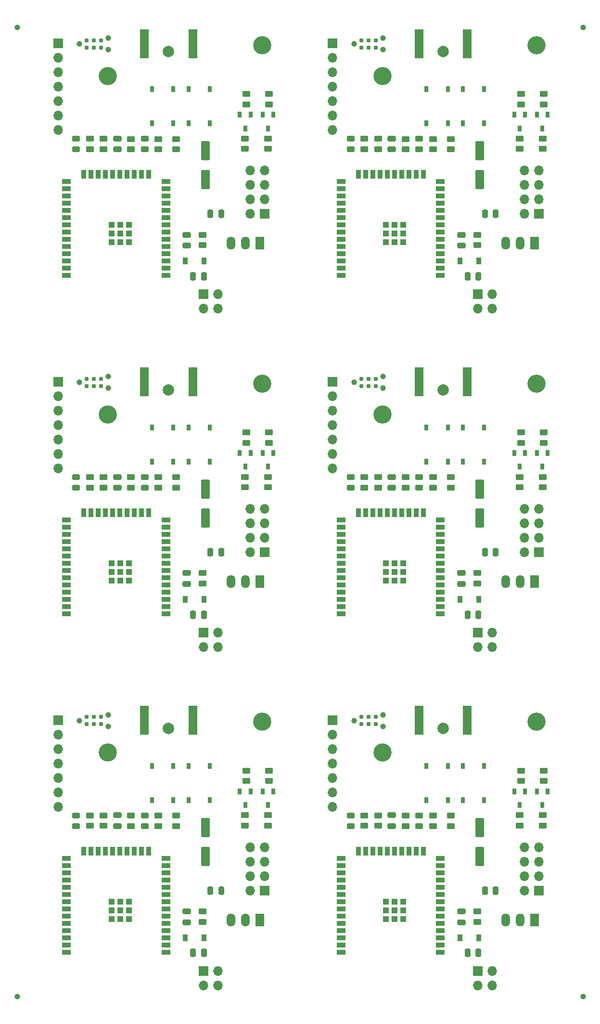
<source format=gbr>
%TF.GenerationSoftware,KiCad,Pcbnew,(6.0.6-0)*%
%TF.CreationDate,2022-06-29T17:43:41+02:00*%
%TF.ProjectId,panel,70616e65-6c2e-46b6-9963-61645f706362,rev?*%
%TF.SameCoordinates,Original*%
%TF.FileFunction,Soldermask,Top*%
%TF.FilePolarity,Negative*%
%FSLAX46Y46*%
G04 Gerber Fmt 4.6, Leading zero omitted, Abs format (unit mm)*
G04 Created by KiCad (PCBNEW (6.0.6-0)) date 2022-06-29 17:43:41*
%MOMM*%
%LPD*%
G01*
G04 APERTURE LIST*
G04 Aperture macros list*
%AMRoundRect*
0 Rectangle with rounded corners*
0 $1 Rounding radius*
0 $2 $3 $4 $5 $6 $7 $8 $9 X,Y pos of 4 corners*
0 Add a 4 corners polygon primitive as box body*
4,1,4,$2,$3,$4,$5,$6,$7,$8,$9,$2,$3,0*
0 Add four circle primitives for the rounded corners*
1,1,$1+$1,$2,$3*
1,1,$1+$1,$4,$5*
1,1,$1+$1,$6,$7*
1,1,$1+$1,$8,$9*
0 Add four rect primitives between the rounded corners*
20,1,$1+$1,$2,$3,$4,$5,0*
20,1,$1+$1,$4,$5,$6,$7,0*
20,1,$1+$1,$6,$7,$8,$9,0*
20,1,$1+$1,$8,$9,$2,$3,0*%
G04 Aperture macros list end*
%ADD10R,1.500000X5.080000*%
%ADD11R,1.700000X1.700000*%
%ADD12O,1.700000X1.700000*%
%ADD13R,1.500000X0.900000*%
%ADD14R,0.900000X1.500000*%
%ADD15R,1.050000X1.050000*%
%ADD16C,3.200000*%
%ADD17RoundRect,0.250000X-0.450000X0.262500X-0.450000X-0.262500X0.450000X-0.262500X0.450000X0.262500X0*%
%ADD18R,0.900000X1.200000*%
%ADD19RoundRect,0.250000X-0.250000X-0.475000X0.250000X-0.475000X0.250000X0.475000X-0.250000X0.475000X0*%
%ADD20C,1.000000*%
%ADD21RoundRect,0.250000X0.250000X0.475000X-0.250000X0.475000X-0.250000X-0.475000X0.250000X-0.475000X0*%
%ADD22RoundRect,0.243750X0.456250X-0.243750X0.456250X0.243750X-0.456250X0.243750X-0.456250X-0.243750X0*%
%ADD23RoundRect,0.250000X0.450000X-0.262500X0.450000X0.262500X-0.450000X0.262500X-0.450000X-0.262500X0*%
%ADD24R,0.700000X1.000000*%
%ADD25RoundRect,0.250000X0.475000X-0.250000X0.475000X0.250000X-0.475000X0.250000X-0.475000X-0.250000X0*%
%ADD26R,1.500000X2.300000*%
%ADD27O,1.500000X2.300000*%
%ADD28RoundRect,0.250000X0.550000X-1.412500X0.550000X1.412500X-0.550000X1.412500X-0.550000X-1.412500X0*%
%ADD29R,0.750000X1.000000*%
%ADD30C,0.990600*%
%ADD31C,0.787400*%
%ADD32C,2.000000*%
G04 APERTURE END LIST*
D10*
%TO.C,J3*%
X88199400Y-84380400D03*
X96699400Y-84380400D03*
%TD*%
%TO.C,J3*%
X48399400Y-84380400D03*
X39899400Y-84380400D03*
%TD*%
D11*
%TO.C,J2*%
X109315000Y-173827000D03*
D12*
X106775000Y-173827000D03*
X109315000Y-171287000D03*
X106775000Y-171287000D03*
X109315000Y-168747000D03*
X106775000Y-168747000D03*
X109315000Y-166207000D03*
X106775000Y-166207000D03*
%TD*%
D10*
%TO.C,J3*%
X39899400Y-24880400D03*
X48399400Y-24880400D03*
%TD*%
D11*
%TO.C,J2*%
X109315000Y-114327000D03*
D12*
X106775000Y-114327000D03*
X109315000Y-111787000D03*
X106775000Y-111787000D03*
X109315000Y-109247000D03*
X106775000Y-109247000D03*
X109315000Y-106707000D03*
X106775000Y-106707000D03*
%TD*%
D11*
%TO.C,J2*%
X109315000Y-54827000D03*
D12*
X106775000Y-54827000D03*
X109315000Y-52287000D03*
X106775000Y-52287000D03*
X109315000Y-49747000D03*
X106775000Y-49747000D03*
X109315000Y-47207000D03*
X106775000Y-47207000D03*
%TD*%
D11*
%TO.C,J2*%
X61015000Y-54827000D03*
D12*
X58475000Y-54827000D03*
X61015000Y-52287000D03*
X58475000Y-52287000D03*
X61015000Y-49747000D03*
X58475000Y-49747000D03*
X61015000Y-47207000D03*
X58475000Y-47207000D03*
%TD*%
D10*
%TO.C,J3*%
X48399400Y-143880400D03*
X39899400Y-143880400D03*
%TD*%
D11*
%TO.C,J2*%
X61015000Y-114327000D03*
D12*
X58475000Y-114327000D03*
X61015000Y-111787000D03*
X58475000Y-111787000D03*
X61015000Y-109247000D03*
X58475000Y-109247000D03*
X61015000Y-106707000D03*
X58475000Y-106707000D03*
%TD*%
D11*
%TO.C,J2*%
X61015000Y-173827000D03*
D12*
X58475000Y-173827000D03*
X61015000Y-171287000D03*
X58475000Y-171287000D03*
X61015000Y-168747000D03*
X58475000Y-168747000D03*
X61015000Y-166207000D03*
X58475000Y-166207000D03*
%TD*%
D10*
%TO.C,J3*%
X96699400Y-24880400D03*
X88199400Y-24880400D03*
%TD*%
%TO.C,J3*%
X96699400Y-143880400D03*
X88199400Y-143880400D03*
%TD*%
D13*
%TO.C,U1*%
X91995600Y-125145600D03*
X91995600Y-123875600D03*
X91995600Y-122605600D03*
X91995600Y-121335600D03*
X91995600Y-120065600D03*
X91995600Y-118795600D03*
X91995600Y-117525600D03*
X91995600Y-116255600D03*
X91995600Y-114985600D03*
X91995600Y-113715600D03*
X91995600Y-112445600D03*
X91995600Y-111175600D03*
X91995600Y-109905600D03*
X91995600Y-108635600D03*
D14*
X88965600Y-107385600D03*
X87695600Y-107385600D03*
X86425600Y-107385600D03*
X85155600Y-107385600D03*
X83885600Y-107385600D03*
X82615600Y-107385600D03*
X81345600Y-107385600D03*
X80075600Y-107385600D03*
X78805600Y-107385600D03*
X77535600Y-107385600D03*
D13*
X74495600Y-108635600D03*
X74495600Y-109905600D03*
X74495600Y-111175600D03*
X74495600Y-112445600D03*
X74495600Y-113715600D03*
X74495600Y-114985600D03*
X74495600Y-116255600D03*
X74495600Y-117525600D03*
X74495600Y-118795600D03*
X74495600Y-120065600D03*
X74495600Y-121335600D03*
X74495600Y-122605600D03*
X74495600Y-123875600D03*
X74495600Y-125145600D03*
D15*
X83925600Y-117805600D03*
X82400600Y-119330600D03*
X83925600Y-119330600D03*
X83925600Y-116280600D03*
X82400600Y-116280600D03*
X85450600Y-117805600D03*
X85450600Y-119330600D03*
X85450600Y-116280600D03*
X82400600Y-117805600D03*
%TD*%
D16*
%TO.C,H3*%
X60598000Y-25152000D03*
%TD*%
D17*
%TO.C,R4*%
X105886000Y-101080500D03*
X105886000Y-102905500D03*
%TD*%
%TO.C,R10*%
X45504000Y-41629500D03*
X45504000Y-43454500D03*
%TD*%
D18*
%TO.C,D2*%
X98693500Y-122616000D03*
X95393500Y-122616000D03*
%TD*%
D11*
%TO.C,J5*%
X98560000Y-68960000D03*
D12*
X101100000Y-68960000D03*
X98560000Y-71500000D03*
X101100000Y-71500000D03*
%TD*%
D19*
%TO.C,C5*%
X96754900Y-125283000D03*
X98654900Y-125283000D03*
%TD*%
D20*
%TO.C,REF\u002A\u002A*%
X17500000Y-22000000D03*
%TD*%
D21*
%TO.C,C6*%
X53400000Y-114300000D03*
X51500000Y-114300000D03*
%TD*%
D22*
%TO.C,LED1*%
X27868000Y-162470900D03*
X27868000Y-160595900D03*
%TD*%
D11*
%TO.C,J5*%
X98560000Y-128460000D03*
D12*
X101100000Y-128460000D03*
X98560000Y-131000000D03*
X101100000Y-131000000D03*
%TD*%
D23*
%TO.C,R8*%
X80994000Y-43445900D03*
X80994000Y-41620900D03*
%TD*%
D24*
%TO.C,Q1*%
X110874600Y-156371000D03*
X108974600Y-156371000D03*
X109924600Y-158771000D03*
%TD*%
D17*
%TO.C,R3*%
X61650000Y-41580500D03*
X61650000Y-43405500D03*
%TD*%
D24*
%TO.C,Q2*%
X58576600Y-156371000D03*
X56676600Y-156371000D03*
X57626600Y-158771000D03*
%TD*%
D11*
%TO.C,J5*%
X50260000Y-68960000D03*
D12*
X52800000Y-68960000D03*
X50260000Y-71500000D03*
X52800000Y-71500000D03*
%TD*%
D25*
%TO.C,C3*%
X95645500Y-60383000D03*
X95645500Y-58483000D03*
%TD*%
D17*
%TO.C,R9*%
X30281000Y-101120900D03*
X30281000Y-102945900D03*
%TD*%
D25*
%TO.C,C2*%
X83407000Y-162483400D03*
X83407000Y-160583400D03*
%TD*%
D17*
%TO.C,R4*%
X57586000Y-41580500D03*
X57586000Y-43405500D03*
%TD*%
D11*
%TO.C,J5*%
X98560000Y-187960000D03*
D12*
X101100000Y-187960000D03*
X98560000Y-190500000D03*
X101100000Y-190500000D03*
%TD*%
D26*
%TO.C,R-78E3.3*%
X60227600Y-178983200D03*
D27*
X57687600Y-178983200D03*
X55147600Y-178983200D03*
%TD*%
D28*
%TO.C,C4*%
X50600000Y-167800000D03*
X50600000Y-162725000D03*
%TD*%
D22*
%TO.C,LED2*%
X39933000Y-102985000D03*
X39933000Y-101110000D03*
%TD*%
D23*
%TO.C,R5*%
X90646000Y-43460000D03*
X90646000Y-41635000D03*
%TD*%
D13*
%TO.C,U1*%
X43695600Y-65645600D03*
X43695600Y-64375600D03*
X43695600Y-63105600D03*
X43695600Y-61835600D03*
X43695600Y-60565600D03*
X43695600Y-59295600D03*
X43695600Y-58025600D03*
X43695600Y-56755600D03*
X43695600Y-55485600D03*
X43695600Y-54215600D03*
X43695600Y-52945600D03*
X43695600Y-51675600D03*
X43695600Y-50405600D03*
X43695600Y-49135600D03*
D14*
X40665600Y-47885600D03*
X39395600Y-47885600D03*
X38125600Y-47885600D03*
X36855600Y-47885600D03*
X35585600Y-47885600D03*
X34315600Y-47885600D03*
X33045600Y-47885600D03*
X31775600Y-47885600D03*
X30505600Y-47885600D03*
X29235600Y-47885600D03*
D13*
X26195600Y-49135600D03*
X26195600Y-50405600D03*
X26195600Y-51675600D03*
X26195600Y-52945600D03*
X26195600Y-54215600D03*
X26195600Y-55485600D03*
X26195600Y-56755600D03*
X26195600Y-58025600D03*
X26195600Y-59295600D03*
X26195600Y-60565600D03*
X26195600Y-61835600D03*
X26195600Y-63105600D03*
X26195600Y-64375600D03*
X26195600Y-65645600D03*
D15*
X37150600Y-58305600D03*
X37150600Y-59830600D03*
X35625600Y-59830600D03*
X35625600Y-56780600D03*
X34100600Y-59830600D03*
X37150600Y-56780600D03*
X35625600Y-58305600D03*
X34100600Y-56780600D03*
X34100600Y-58305600D03*
%TD*%
D28*
%TO.C,C4*%
X50600000Y-108300000D03*
X50600000Y-103225000D03*
%TD*%
D23*
%TO.C,R7*%
X85820000Y-102960000D03*
X85820000Y-101135000D03*
%TD*%
D29*
%TO.C,SW1*%
X47633400Y-32904000D03*
X47633400Y-38904000D03*
X51383400Y-32904000D03*
X51383400Y-38904000D03*
%TD*%
D16*
%TO.C,H2*%
X33456000Y-30570000D03*
%TD*%
D17*
%TO.C,R4*%
X105886000Y-41580500D03*
X105886000Y-43405500D03*
%TD*%
D29*
%TO.C,SW2*%
X93283000Y-98404000D03*
X93283000Y-92404000D03*
X89533000Y-98404000D03*
X89533000Y-92404000D03*
%TD*%
D24*
%TO.C,Q1*%
X62574600Y-156371000D03*
X60674600Y-156371000D03*
X61624600Y-158771000D03*
%TD*%
D25*
%TO.C,C3*%
X47345500Y-60383000D03*
X47345500Y-58483000D03*
%TD*%
D28*
%TO.C,C4*%
X98900000Y-48800000D03*
X98900000Y-43725000D03*
%TD*%
D13*
%TO.C,U1*%
X43695600Y-125145600D03*
X43695600Y-123875600D03*
X43695600Y-122605600D03*
X43695600Y-121335600D03*
X43695600Y-120065600D03*
X43695600Y-118795600D03*
X43695600Y-117525600D03*
X43695600Y-116255600D03*
X43695600Y-114985600D03*
X43695600Y-113715600D03*
X43695600Y-112445600D03*
X43695600Y-111175600D03*
X43695600Y-109905600D03*
X43695600Y-108635600D03*
D14*
X40665600Y-107385600D03*
X39395600Y-107385600D03*
X38125600Y-107385600D03*
X36855600Y-107385600D03*
X35585600Y-107385600D03*
X34315600Y-107385600D03*
X33045600Y-107385600D03*
X31775600Y-107385600D03*
X30505600Y-107385600D03*
X29235600Y-107385600D03*
D13*
X26195600Y-108635600D03*
X26195600Y-109905600D03*
X26195600Y-111175600D03*
X26195600Y-112445600D03*
X26195600Y-113715600D03*
X26195600Y-114985600D03*
X26195600Y-116255600D03*
X26195600Y-117525600D03*
X26195600Y-118795600D03*
X26195600Y-120065600D03*
X26195600Y-121335600D03*
X26195600Y-122605600D03*
X26195600Y-123875600D03*
X26195600Y-125145600D03*
D15*
X37150600Y-119330600D03*
X37150600Y-117805600D03*
X34100600Y-117805600D03*
X37150600Y-116280600D03*
X34100600Y-119330600D03*
X35625600Y-117805600D03*
X34100600Y-116280600D03*
X35625600Y-119330600D03*
X35625600Y-116280600D03*
%TD*%
D24*
%TO.C,Q2*%
X106876600Y-96871000D03*
X104976600Y-96871000D03*
X105926600Y-99271000D03*
%TD*%
D18*
%TO.C,D2*%
X50393500Y-122616000D03*
X47093500Y-122616000D03*
%TD*%
D26*
%TO.C,R-78E3.3*%
X108527600Y-119483200D03*
D27*
X105987600Y-119483200D03*
X103447600Y-119483200D03*
%TD*%
D11*
%TO.C,J1*%
X72993000Y-143829600D03*
D12*
X72993000Y-146369600D03*
X72993000Y-148909600D03*
X72993000Y-151449600D03*
X72993000Y-153989600D03*
X72993000Y-156529600D03*
X72993000Y-159069600D03*
%TD*%
D30*
%TO.C,J4*%
X28464000Y-84433400D03*
X33544000Y-83417400D03*
X33544000Y-85449400D03*
D31*
X29734000Y-85068400D03*
X29734000Y-83798400D03*
X31004000Y-85068400D03*
X31004000Y-83798400D03*
X32274000Y-85068400D03*
X32274000Y-83798400D03*
%TD*%
D20*
%TO.C,REF\u002A\u002A*%
X117100000Y-192500000D03*
%TD*%
D23*
%TO.C,R11*%
X98439500Y-179322000D03*
X98439500Y-177497000D03*
%TD*%
D16*
%TO.C,H3*%
X108898000Y-144152000D03*
%TD*%
D18*
%TO.C,D2*%
X50393500Y-63116000D03*
X47093500Y-63116000D03*
%TD*%
D17*
%TO.C,R3*%
X109950000Y-41580500D03*
X109950000Y-43405500D03*
%TD*%
D23*
%TO.C,R7*%
X37520000Y-43460000D03*
X37520000Y-41635000D03*
%TD*%
D26*
%TO.C,R-78E3.3*%
X108527600Y-59983200D03*
D27*
X105987600Y-59983200D03*
X103447600Y-59983200D03*
%TD*%
D23*
%TO.C,R11*%
X98439500Y-60322000D03*
X98439500Y-58497000D03*
%TD*%
D19*
%TO.C,C5*%
X96754900Y-65783000D03*
X98654900Y-65783000D03*
%TD*%
D17*
%TO.C,R2*%
X57840000Y-33743900D03*
X57840000Y-35568900D03*
%TD*%
D23*
%TO.C,R5*%
X42346000Y-43460000D03*
X42346000Y-41635000D03*
%TD*%
D29*
%TO.C,SW1*%
X95933400Y-98404000D03*
X95933400Y-92404000D03*
X99683400Y-92404000D03*
X99683400Y-98404000D03*
%TD*%
D28*
%TO.C,C4*%
X50600000Y-48800000D03*
X50600000Y-43725000D03*
%TD*%
D22*
%TO.C,LED1*%
X27868000Y-102970900D03*
X27868000Y-101095900D03*
%TD*%
D29*
%TO.C,SW2*%
X44983000Y-151904000D03*
X44983000Y-157904000D03*
X41233000Y-157904000D03*
X41233000Y-151904000D03*
%TD*%
D30*
%TO.C,J4*%
X76764000Y-84433400D03*
X81844000Y-85449400D03*
X81844000Y-83417400D03*
D31*
X78034000Y-85068400D03*
X78034000Y-83798400D03*
X79304000Y-85068400D03*
X79304000Y-83798400D03*
X80574000Y-85068400D03*
X80574000Y-83798400D03*
%TD*%
D17*
%TO.C,R2*%
X106140000Y-33743900D03*
X106140000Y-35568900D03*
%TD*%
%TO.C,R9*%
X78581000Y-41620900D03*
X78581000Y-43445900D03*
%TD*%
D22*
%TO.C,LED1*%
X27868000Y-43470900D03*
X27868000Y-41595900D03*
%TD*%
D17*
%TO.C,R10*%
X93804000Y-101129500D03*
X93804000Y-102954500D03*
%TD*%
D19*
%TO.C,C5*%
X96754900Y-184783000D03*
X98654900Y-184783000D03*
%TD*%
D17*
%TO.C,R10*%
X93804000Y-41629500D03*
X93804000Y-43454500D03*
%TD*%
D26*
%TO.C,R-78E3.3*%
X60227600Y-119483200D03*
D27*
X57687600Y-119483200D03*
X55147600Y-119483200D03*
%TD*%
D16*
%TO.C,H3*%
X60598000Y-144152000D03*
%TD*%
D21*
%TO.C,C6*%
X101700000Y-114300000D03*
X99800000Y-114300000D03*
%TD*%
D22*
%TO.C,LED2*%
X39933000Y-162485000D03*
X39933000Y-160610000D03*
%TD*%
D29*
%TO.C,SW1*%
X47633400Y-98404000D03*
X47633400Y-92404000D03*
X51383400Y-98404000D03*
X51383400Y-92404000D03*
%TD*%
D17*
%TO.C,R2*%
X106140000Y-93243900D03*
X106140000Y-95068900D03*
%TD*%
D18*
%TO.C,D2*%
X50393500Y-182116000D03*
X47093500Y-182116000D03*
%TD*%
D16*
%TO.C,H2*%
X33456000Y-90070000D03*
%TD*%
D23*
%TO.C,R5*%
X90646000Y-162460000D03*
X90646000Y-160635000D03*
%TD*%
D16*
%TO.C,H2*%
X81756000Y-90070000D03*
%TD*%
D17*
%TO.C,R10*%
X93804000Y-160629500D03*
X93804000Y-162454500D03*
%TD*%
D19*
%TO.C,C5*%
X48454900Y-125283000D03*
X50354900Y-125283000D03*
%TD*%
D24*
%TO.C,Q2*%
X58576600Y-96871000D03*
X56676600Y-96871000D03*
X57626600Y-99271000D03*
%TD*%
D17*
%TO.C,R4*%
X105886000Y-160580500D03*
X105886000Y-162405500D03*
%TD*%
D16*
%TO.C,H2*%
X81756000Y-149570000D03*
%TD*%
D23*
%TO.C,R11*%
X98439500Y-119822000D03*
X98439500Y-117997000D03*
%TD*%
D29*
%TO.C,SW2*%
X44983000Y-32904000D03*
X44983000Y-38904000D03*
X41233000Y-38904000D03*
X41233000Y-32904000D03*
%TD*%
D22*
%TO.C,LED1*%
X76168000Y-102970900D03*
X76168000Y-101095900D03*
%TD*%
D30*
%TO.C,J4*%
X33544000Y-25949400D03*
X33544000Y-23917400D03*
X28464000Y-24933400D03*
D31*
X29734000Y-25568400D03*
X29734000Y-24298400D03*
X31004000Y-25568400D03*
X31004000Y-24298400D03*
X32274000Y-25568400D03*
X32274000Y-24298400D03*
%TD*%
D24*
%TO.C,Q2*%
X58576600Y-37371000D03*
X56676600Y-37371000D03*
X57626600Y-39771000D03*
%TD*%
D30*
%TO.C,J4*%
X76764000Y-143933400D03*
X81844000Y-144949400D03*
X81844000Y-142917400D03*
D31*
X78034000Y-144568400D03*
X78034000Y-143298400D03*
X79304000Y-144568400D03*
X79304000Y-143298400D03*
X80574000Y-144568400D03*
X80574000Y-143298400D03*
%TD*%
D32*
%TO.C,H1*%
X92450180Y-145283460D03*
%TD*%
D25*
%TO.C,C3*%
X47345500Y-179383000D03*
X47345500Y-177483000D03*
%TD*%
D11*
%TO.C,J5*%
X50260000Y-187960000D03*
D12*
X52800000Y-187960000D03*
X50260000Y-190500000D03*
X52800000Y-190500000D03*
%TD*%
D19*
%TO.C,C5*%
X48454900Y-184783000D03*
X50354900Y-184783000D03*
%TD*%
D22*
%TO.C,LED2*%
X88233000Y-162485000D03*
X88233000Y-160610000D03*
%TD*%
D23*
%TO.C,R5*%
X90646000Y-102960000D03*
X90646000Y-101135000D03*
%TD*%
D25*
%TO.C,C2*%
X35107000Y-102983400D03*
X35107000Y-101083400D03*
%TD*%
D17*
%TO.C,R10*%
X45504000Y-101129500D03*
X45504000Y-102954500D03*
%TD*%
D24*
%TO.C,Q1*%
X62574600Y-96871000D03*
X60674600Y-96871000D03*
X61624600Y-99271000D03*
%TD*%
D23*
%TO.C,R7*%
X37520000Y-102960000D03*
X37520000Y-101135000D03*
%TD*%
D17*
%TO.C,R9*%
X30281000Y-41620900D03*
X30281000Y-43445900D03*
%TD*%
%TO.C,R3*%
X109950000Y-160580500D03*
X109950000Y-162405500D03*
%TD*%
D19*
%TO.C,C5*%
X48454900Y-65783000D03*
X50354900Y-65783000D03*
%TD*%
D23*
%TO.C,R11*%
X50139500Y-60322000D03*
X50139500Y-58497000D03*
%TD*%
D22*
%TO.C,LED2*%
X88233000Y-102985000D03*
X88233000Y-101110000D03*
%TD*%
D23*
%TO.C,R7*%
X85820000Y-162460000D03*
X85820000Y-160635000D03*
%TD*%
D29*
%TO.C,SW2*%
X44983000Y-98404000D03*
X44983000Y-92404000D03*
X41233000Y-92404000D03*
X41233000Y-98404000D03*
%TD*%
D20*
%TO.C,REF\u002A\u002A*%
X117100000Y-22000000D03*
%TD*%
D32*
%TO.C,H1*%
X44150180Y-145283460D03*
%TD*%
D23*
%TO.C,R1*%
X110127800Y-154568900D03*
X110127800Y-152743900D03*
%TD*%
%TO.C,R1*%
X110127800Y-35568900D03*
X110127800Y-33743900D03*
%TD*%
D22*
%TO.C,LED2*%
X39933000Y-43485000D03*
X39933000Y-41610000D03*
%TD*%
D23*
%TO.C,R5*%
X42346000Y-102960000D03*
X42346000Y-101135000D03*
%TD*%
D24*
%TO.C,Q2*%
X106876600Y-156371000D03*
X104976600Y-156371000D03*
X105926600Y-158771000D03*
%TD*%
D23*
%TO.C,R5*%
X42346000Y-162460000D03*
X42346000Y-160635000D03*
%TD*%
D17*
%TO.C,R9*%
X30281000Y-160620900D03*
X30281000Y-162445900D03*
%TD*%
D32*
%TO.C,H1*%
X92450180Y-26283460D03*
%TD*%
D25*
%TO.C,C2*%
X35107000Y-43483400D03*
X35107000Y-41583400D03*
%TD*%
D17*
%TO.C,R4*%
X57586000Y-160580500D03*
X57586000Y-162405500D03*
%TD*%
D29*
%TO.C,SW2*%
X93283000Y-151904000D03*
X93283000Y-157904000D03*
X89533000Y-151904000D03*
X89533000Y-157904000D03*
%TD*%
%TO.C,SW1*%
X95933400Y-151904000D03*
X95933400Y-157904000D03*
X99683400Y-157904000D03*
X99683400Y-151904000D03*
%TD*%
D13*
%TO.C,U1*%
X91995600Y-65645600D03*
X91995600Y-64375600D03*
X91995600Y-63105600D03*
X91995600Y-61835600D03*
X91995600Y-60565600D03*
X91995600Y-59295600D03*
X91995600Y-58025600D03*
X91995600Y-56755600D03*
X91995600Y-55485600D03*
X91995600Y-54215600D03*
X91995600Y-52945600D03*
X91995600Y-51675600D03*
X91995600Y-50405600D03*
X91995600Y-49135600D03*
D14*
X88965600Y-47885600D03*
X87695600Y-47885600D03*
X86425600Y-47885600D03*
X85155600Y-47885600D03*
X83885600Y-47885600D03*
X82615600Y-47885600D03*
X81345600Y-47885600D03*
X80075600Y-47885600D03*
X78805600Y-47885600D03*
X77535600Y-47885600D03*
D13*
X74495600Y-49135600D03*
X74495600Y-50405600D03*
X74495600Y-51675600D03*
X74495600Y-52945600D03*
X74495600Y-54215600D03*
X74495600Y-55485600D03*
X74495600Y-56755600D03*
X74495600Y-58025600D03*
X74495600Y-59295600D03*
X74495600Y-60565600D03*
X74495600Y-61835600D03*
X74495600Y-63105600D03*
X74495600Y-64375600D03*
X74495600Y-65645600D03*
D15*
X85450600Y-56780600D03*
X83925600Y-56780600D03*
X83925600Y-58305600D03*
X83925600Y-59830600D03*
X82400600Y-58305600D03*
X85450600Y-58305600D03*
X82400600Y-59830600D03*
X85450600Y-59830600D03*
X82400600Y-56780600D03*
%TD*%
D32*
%TO.C,H1*%
X92450180Y-85783460D03*
%TD*%
D23*
%TO.C,R8*%
X32694000Y-43445900D03*
X32694000Y-41620900D03*
%TD*%
D25*
%TO.C,C3*%
X95645500Y-119883000D03*
X95645500Y-117983000D03*
%TD*%
D23*
%TO.C,R11*%
X50139500Y-179322000D03*
X50139500Y-177497000D03*
%TD*%
D30*
%TO.C,J4*%
X33544000Y-142917400D03*
X33544000Y-144949400D03*
X28464000Y-143933400D03*
D31*
X29734000Y-144568400D03*
X29734000Y-143298400D03*
X31004000Y-144568400D03*
X31004000Y-143298400D03*
X32274000Y-144568400D03*
X32274000Y-143298400D03*
%TD*%
D21*
%TO.C,C6*%
X53400000Y-54800000D03*
X51500000Y-54800000D03*
%TD*%
D17*
%TO.C,R9*%
X78581000Y-101120900D03*
X78581000Y-102945900D03*
%TD*%
D23*
%TO.C,R8*%
X80994000Y-162445900D03*
X80994000Y-160620900D03*
%TD*%
D21*
%TO.C,C6*%
X101700000Y-173800000D03*
X99800000Y-173800000D03*
%TD*%
D17*
%TO.C,R2*%
X57840000Y-152743900D03*
X57840000Y-154568900D03*
%TD*%
D30*
%TO.C,J4*%
X81844000Y-23917400D03*
X81844000Y-25949400D03*
X76764000Y-24933400D03*
D31*
X78034000Y-25568400D03*
X78034000Y-24298400D03*
X79304000Y-25568400D03*
X79304000Y-24298400D03*
X80574000Y-25568400D03*
X80574000Y-24298400D03*
%TD*%
D17*
%TO.C,R3*%
X61650000Y-101080500D03*
X61650000Y-102905500D03*
%TD*%
D16*
%TO.C,H3*%
X60598000Y-84652000D03*
%TD*%
D17*
%TO.C,R3*%
X61650000Y-160580500D03*
X61650000Y-162405500D03*
%TD*%
D18*
%TO.C,D2*%
X98693500Y-63116000D03*
X95393500Y-63116000D03*
%TD*%
D21*
%TO.C,C6*%
X101700000Y-54800000D03*
X99800000Y-54800000D03*
%TD*%
D11*
%TO.C,J1*%
X24693000Y-143829600D03*
D12*
X24693000Y-146369600D03*
X24693000Y-148909600D03*
X24693000Y-151449600D03*
X24693000Y-153989600D03*
X24693000Y-156529600D03*
X24693000Y-159069600D03*
%TD*%
D29*
%TO.C,SW1*%
X95933400Y-38904000D03*
X95933400Y-32904000D03*
X99683400Y-38904000D03*
X99683400Y-32904000D03*
%TD*%
D26*
%TO.C,R-78E3.3*%
X60227600Y-59983200D03*
D27*
X57687600Y-59983200D03*
X55147600Y-59983200D03*
%TD*%
D32*
%TO.C,H1*%
X44150180Y-85783460D03*
%TD*%
D28*
%TO.C,C4*%
X98900000Y-108300000D03*
X98900000Y-103225000D03*
%TD*%
D22*
%TO.C,LED1*%
X76168000Y-43470900D03*
X76168000Y-41595900D03*
%TD*%
D23*
%TO.C,R8*%
X32694000Y-162445900D03*
X32694000Y-160620900D03*
%TD*%
D32*
%TO.C,H1*%
X44150180Y-26283460D03*
%TD*%
D23*
%TO.C,R7*%
X85820000Y-43460000D03*
X85820000Y-41635000D03*
%TD*%
%TO.C,R1*%
X110127800Y-95068900D03*
X110127800Y-93243900D03*
%TD*%
D11*
%TO.C,J1*%
X24693000Y-84329600D03*
D12*
X24693000Y-86869600D03*
X24693000Y-89409600D03*
X24693000Y-91949600D03*
X24693000Y-94489600D03*
X24693000Y-97029600D03*
X24693000Y-99569600D03*
%TD*%
D24*
%TO.C,Q2*%
X106876600Y-37371000D03*
X104976600Y-37371000D03*
X105926600Y-39771000D03*
%TD*%
%TO.C,Q1*%
X110874600Y-37371000D03*
X108974600Y-37371000D03*
X109924600Y-39771000D03*
%TD*%
D18*
%TO.C,D2*%
X98693500Y-182116000D03*
X95393500Y-182116000D03*
%TD*%
D23*
%TO.C,R11*%
X50139500Y-119822000D03*
X50139500Y-117997000D03*
%TD*%
D22*
%TO.C,LED2*%
X88233000Y-43485000D03*
X88233000Y-41610000D03*
%TD*%
D11*
%TO.C,J5*%
X50260000Y-128460000D03*
D12*
X52800000Y-128460000D03*
X50260000Y-131000000D03*
X52800000Y-131000000D03*
%TD*%
D25*
%TO.C,C3*%
X47345500Y-119883000D03*
X47345500Y-117983000D03*
%TD*%
%TO.C,C2*%
X35107000Y-162483400D03*
X35107000Y-160583400D03*
%TD*%
D24*
%TO.C,Q1*%
X62574600Y-37371000D03*
X60674600Y-37371000D03*
X61624600Y-39771000D03*
%TD*%
D17*
%TO.C,R10*%
X45504000Y-160629500D03*
X45504000Y-162454500D03*
%TD*%
D11*
%TO.C,J1*%
X24693000Y-24829600D03*
D12*
X24693000Y-27369600D03*
X24693000Y-29909600D03*
X24693000Y-32449600D03*
X24693000Y-34989600D03*
X24693000Y-37529600D03*
X24693000Y-40069600D03*
%TD*%
D17*
%TO.C,R3*%
X109950000Y-101080500D03*
X109950000Y-102905500D03*
%TD*%
D16*
%TO.C,H3*%
X108898000Y-25152000D03*
%TD*%
D13*
%TO.C,U1*%
X91995600Y-184645600D03*
X91995600Y-183375600D03*
X91995600Y-182105600D03*
X91995600Y-180835600D03*
X91995600Y-179565600D03*
X91995600Y-178295600D03*
X91995600Y-177025600D03*
X91995600Y-175755600D03*
X91995600Y-174485600D03*
X91995600Y-173215600D03*
X91995600Y-171945600D03*
X91995600Y-170675600D03*
X91995600Y-169405600D03*
X91995600Y-168135600D03*
D14*
X88965600Y-166885600D03*
X87695600Y-166885600D03*
X86425600Y-166885600D03*
X85155600Y-166885600D03*
X83885600Y-166885600D03*
X82615600Y-166885600D03*
X81345600Y-166885600D03*
X80075600Y-166885600D03*
X78805600Y-166885600D03*
X77535600Y-166885600D03*
D13*
X74495600Y-168135600D03*
X74495600Y-169405600D03*
X74495600Y-170675600D03*
X74495600Y-171945600D03*
X74495600Y-173215600D03*
X74495600Y-174485600D03*
X74495600Y-175755600D03*
X74495600Y-177025600D03*
X74495600Y-178295600D03*
X74495600Y-179565600D03*
X74495600Y-180835600D03*
X74495600Y-182105600D03*
X74495600Y-183375600D03*
X74495600Y-184645600D03*
D15*
X85450600Y-177305600D03*
X83925600Y-178830600D03*
X83925600Y-175780600D03*
X85450600Y-175780600D03*
X82400600Y-175780600D03*
X82400600Y-177305600D03*
X82400600Y-178830600D03*
X83925600Y-177305600D03*
X85450600Y-178830600D03*
%TD*%
D17*
%TO.C,R9*%
X78581000Y-160620900D03*
X78581000Y-162445900D03*
%TD*%
D16*
%TO.C,H2*%
X33456000Y-149570000D03*
%TD*%
D17*
%TO.C,R2*%
X57840000Y-93243900D03*
X57840000Y-95068900D03*
%TD*%
D23*
%TO.C,R7*%
X37520000Y-162460000D03*
X37520000Y-160635000D03*
%TD*%
D13*
%TO.C,U1*%
X43695600Y-184645600D03*
X43695600Y-183375600D03*
X43695600Y-182105600D03*
X43695600Y-180835600D03*
X43695600Y-179565600D03*
X43695600Y-178295600D03*
X43695600Y-177025600D03*
X43695600Y-175755600D03*
X43695600Y-174485600D03*
X43695600Y-173215600D03*
X43695600Y-171945600D03*
X43695600Y-170675600D03*
X43695600Y-169405600D03*
X43695600Y-168135600D03*
D14*
X40665600Y-166885600D03*
X39395600Y-166885600D03*
X38125600Y-166885600D03*
X36855600Y-166885600D03*
X35585600Y-166885600D03*
X34315600Y-166885600D03*
X33045600Y-166885600D03*
X31775600Y-166885600D03*
X30505600Y-166885600D03*
X29235600Y-166885600D03*
D13*
X26195600Y-168135600D03*
X26195600Y-169405600D03*
X26195600Y-170675600D03*
X26195600Y-171945600D03*
X26195600Y-173215600D03*
X26195600Y-174485600D03*
X26195600Y-175755600D03*
X26195600Y-177025600D03*
X26195600Y-178295600D03*
X26195600Y-179565600D03*
X26195600Y-180835600D03*
X26195600Y-182105600D03*
X26195600Y-183375600D03*
X26195600Y-184645600D03*
D15*
X34100600Y-177305600D03*
X37150600Y-177305600D03*
X37150600Y-178830600D03*
X37150600Y-175780600D03*
X35625600Y-178830600D03*
X34100600Y-178830600D03*
X35625600Y-175780600D03*
X35625600Y-177305600D03*
X34100600Y-175780600D03*
%TD*%
D11*
%TO.C,J1*%
X72993000Y-84329600D03*
D12*
X72993000Y-86869600D03*
X72993000Y-89409600D03*
X72993000Y-91949600D03*
X72993000Y-94489600D03*
X72993000Y-97029600D03*
X72993000Y-99569600D03*
%TD*%
D17*
%TO.C,R4*%
X57586000Y-101080500D03*
X57586000Y-102905500D03*
%TD*%
D24*
%TO.C,Q1*%
X110874600Y-96871000D03*
X108974600Y-96871000D03*
X109924600Y-99271000D03*
%TD*%
D16*
%TO.C,H2*%
X81756000Y-30570000D03*
%TD*%
D23*
%TO.C,R1*%
X61827800Y-154568900D03*
X61827800Y-152743900D03*
%TD*%
D20*
%TO.C,REF\u002A\u002A*%
X17500000Y-192500000D03*
%TD*%
D23*
%TO.C,R8*%
X80994000Y-102945900D03*
X80994000Y-101120900D03*
%TD*%
D21*
%TO.C,C6*%
X53400000Y-173800000D03*
X51500000Y-173800000D03*
%TD*%
D16*
%TO.C,H3*%
X108898000Y-84652000D03*
%TD*%
D28*
%TO.C,C4*%
X98900000Y-167800000D03*
X98900000Y-162725000D03*
%TD*%
D22*
%TO.C,LED1*%
X76168000Y-162470900D03*
X76168000Y-160595900D03*
%TD*%
D17*
%TO.C,R2*%
X106140000Y-152743900D03*
X106140000Y-154568900D03*
%TD*%
D29*
%TO.C,SW2*%
X93283000Y-32904000D03*
X93283000Y-38904000D03*
X89533000Y-38904000D03*
X89533000Y-32904000D03*
%TD*%
D23*
%TO.C,R1*%
X61827800Y-35568900D03*
X61827800Y-33743900D03*
%TD*%
D29*
%TO.C,SW1*%
X47633400Y-151904000D03*
X47633400Y-157904000D03*
X51383400Y-151904000D03*
X51383400Y-157904000D03*
%TD*%
D23*
%TO.C,R1*%
X61827800Y-95068900D03*
X61827800Y-93243900D03*
%TD*%
D25*
%TO.C,C3*%
X95645500Y-179383000D03*
X95645500Y-177483000D03*
%TD*%
D11*
%TO.C,J1*%
X72993000Y-24829600D03*
D12*
X72993000Y-27369600D03*
X72993000Y-29909600D03*
X72993000Y-32449600D03*
X72993000Y-34989600D03*
X72993000Y-37529600D03*
X72993000Y-40069600D03*
%TD*%
D25*
%TO.C,C2*%
X83407000Y-102983400D03*
X83407000Y-101083400D03*
%TD*%
D23*
%TO.C,R8*%
X32694000Y-102945900D03*
X32694000Y-101120900D03*
%TD*%
D26*
%TO.C,R-78E3.3*%
X108527600Y-178983200D03*
D27*
X105987600Y-178983200D03*
X103447600Y-178983200D03*
%TD*%
D25*
%TO.C,C2*%
X83407000Y-43483400D03*
X83407000Y-41583400D03*
%TD*%
M02*

</source>
